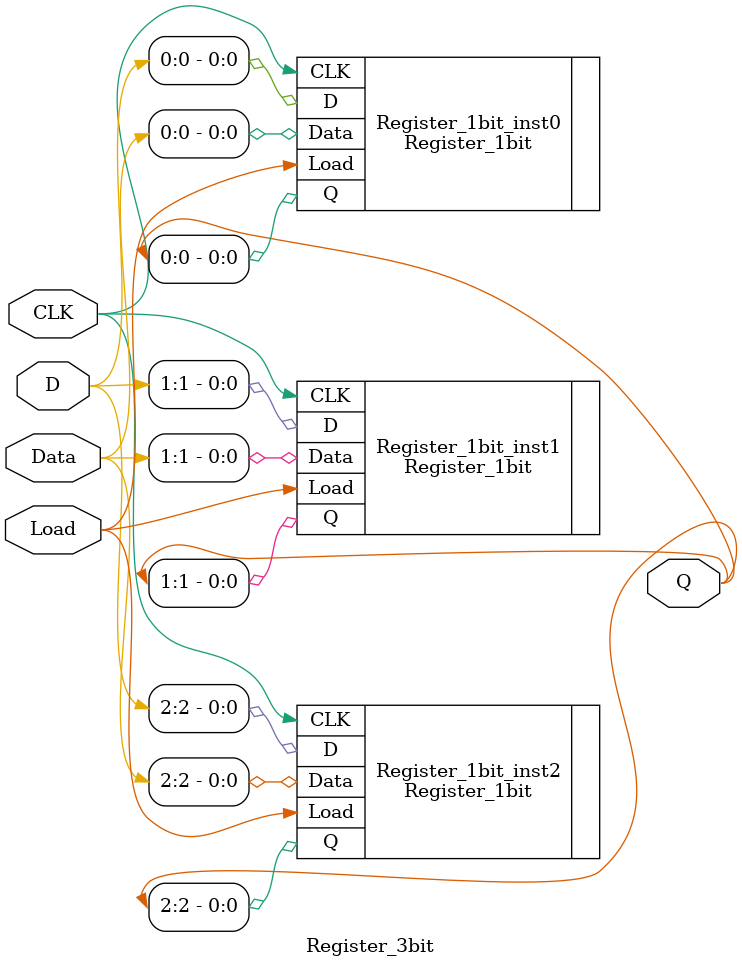
<source format=v>
module Register_3bit(CLK, Data, Load, D, Q);
  input CLK ;
  input [2:0]Data;
  input Load ;
  input [2:0]D;
  output [2:0]Q;

Register_1bit Register_1bit_inst0(.CLK(CLK), .Data(Data[0]), 
                                         	.Load(Load), .D(D[0]), .Q(Q[0]));

Register_1bit Register_1bit_inst1(.CLK(CLK), .Data(Data[1]), 
                                         	.Load(Load), .D(D[1]), .Q(Q[1]));
                                         	
Register_1bit Register_1bit_inst2(.CLK(CLK), .Data(Data[2]), 
                                         	.Load(Load), .D(D[2]), .Q(Q[2]));

endmodule
</source>
